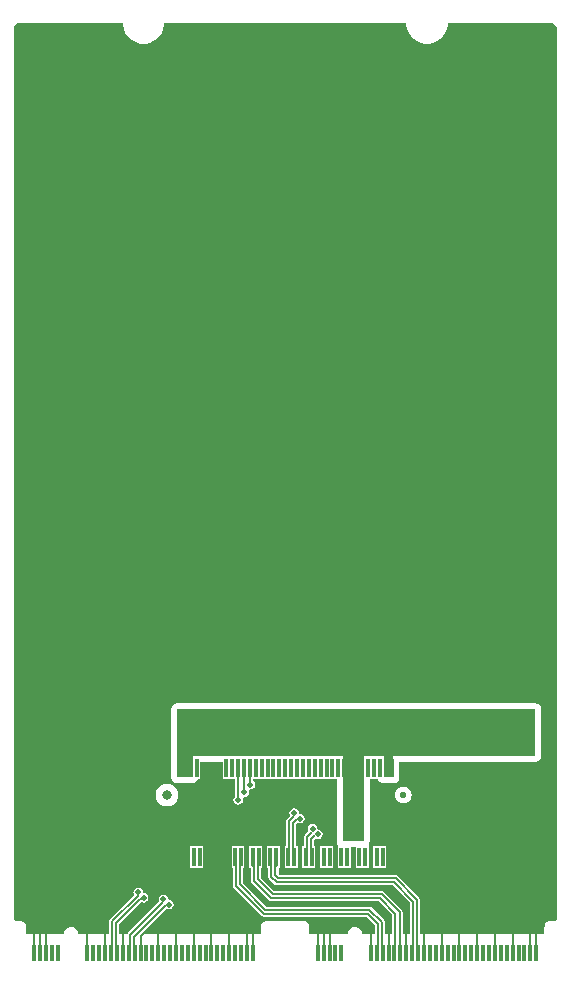
<source format=gtl>
G04*
G04 #@! TF.GenerationSoftware,Altium Limited,Altium Designer,24.5.2 (23)*
G04*
G04 Layer_Physical_Order=1*
G04 Layer_Color=255*
%FSLAX44Y44*%
%MOMM*%
G71*
G04*
G04 #@! TF.SameCoordinates,91BA8B22-162D-4FD0-A550-99D68B665C59*
G04*
G04*
G04 #@! TF.FilePolarity,Positive*
G04*
G01*
G75*
%ADD10C,0.2000*%
%ADD12R,1.2000X2.7500*%
%ADD13R,0.3000X1.5500*%
%ADD14R,0.3500X1.4500*%
%ADD22C,0.8000*%
%ADD23C,0.5500*%
%ADD24C,5.5000*%
%ADD25C,0.5000*%
G36*
X455001Y799999D02*
Y799999D01*
X455995Y799999D01*
X457832Y799238D01*
X459239Y797832D01*
X460000Y795995D01*
X460000Y795000D01*
X460000Y41999D01*
Y41601D01*
X459695Y40867D01*
X459133Y40304D01*
X458398Y40000D01*
X454501D01*
X454500Y40000D01*
X453525Y39904D01*
X451722Y39158D01*
X450343Y37779D01*
X449595Y35977D01*
X449499Y35001D01*
Y28999D01*
X344299Y28999D01*
Y57700D01*
X344105Y58675D01*
X343552Y59502D01*
X325252Y77802D01*
X324425Y78355D01*
X323450Y78549D01*
X225256D01*
X224299Y79506D01*
Y84501D01*
X225500D01*
Y103001D01*
X214500D01*
Y84501D01*
X215701D01*
Y77000D01*
X215895Y76024D01*
X216448Y75198D01*
X220948Y70698D01*
X221775Y70145D01*
X222750Y69951D01*
X320944D01*
X335701Y55194D01*
Y28999D01*
X329299D01*
Y47450D01*
X329105Y48425D01*
X328552Y49252D01*
X313502Y64302D01*
X312675Y64855D01*
X311700Y65049D01*
X220506D01*
X209299Y76255D01*
Y84501D01*
X210500D01*
Y103001D01*
X199500D01*
Y84501D01*
X200701D01*
Y73750D01*
X200895Y72775D01*
X201448Y71948D01*
X216198Y57198D01*
X217025Y56645D01*
X218000Y56451D01*
X309194D01*
X320701Y44944D01*
Y28999D01*
X314324D01*
Y38975D01*
X314130Y39950D01*
X313577Y40777D01*
X303052Y51302D01*
X302225Y51855D01*
X301250Y52049D01*
X214306D01*
X194299Y72056D01*
Y84501D01*
X195500D01*
Y103001D01*
X184500D01*
Y84501D01*
X185701D01*
Y69550D01*
X185895Y68575D01*
X186448Y67748D01*
X209998Y44198D01*
X210825Y43645D01*
X211800Y43451D01*
X298745D01*
X305726Y36469D01*
Y29818D01*
X305701Y29693D01*
Y28999D01*
X294749D01*
X294634Y30170D01*
X293739Y32333D01*
X292084Y33989D01*
X289942Y34877D01*
X289921Y34886D01*
X288750Y35001D01*
X288750Y35001D01*
X287580Y34885D01*
X285417Y33989D01*
X283762Y32334D01*
X282866Y30171D01*
X282751Y29000D01*
Y28999D01*
X250500D01*
Y35001D01*
X250500D01*
X250500Y35001D01*
X250500Y35002D01*
X250404Y35977D01*
X250326Y36165D01*
X249657Y37779D01*
X248277Y39158D01*
X246475Y39904D01*
X245499Y40000D01*
X214501Y40000D01*
X214500Y40000D01*
X213525Y39904D01*
X211722Y39158D01*
X210343Y37779D01*
X209596Y35977D01*
X209499Y35001D01*
Y28999D01*
X109892Y28999D01*
X109406Y30173D01*
X129505Y50272D01*
X129939Y49982D01*
X131500Y49672D01*
X133061Y49982D01*
X134384Y50866D01*
X135268Y52189D01*
X135578Y53750D01*
X135268Y55311D01*
X134384Y56634D01*
X133061Y57518D01*
X132148Y57699D01*
X130982Y58346D01*
X130672Y59907D01*
X129788Y61230D01*
X128464Y62114D01*
X126904Y62425D01*
X125343Y62114D01*
X124020Y61230D01*
X123136Y59907D01*
X122825Y58346D01*
X123136Y56785D01*
X123426Y56352D01*
X96448Y29374D01*
X96198Y28999D01*
X89299D01*
Y37123D01*
X108102Y55926D01*
X108535Y55636D01*
X110096Y55325D01*
X111657Y55636D01*
X112980Y56520D01*
X113864Y57843D01*
X114174Y59404D01*
X113864Y60964D01*
X112980Y62288D01*
X111657Y63172D01*
X110745Y63353D01*
X109578Y64000D01*
X109268Y65561D01*
X108384Y66884D01*
X107061Y67768D01*
X105500Y68078D01*
X103939Y67768D01*
X102616Y66884D01*
X101732Y65561D01*
X101422Y64000D01*
X101732Y62439D01*
X102022Y62005D01*
X81448Y41431D01*
X80895Y40604D01*
X80701Y39629D01*
Y28999D01*
X54749D01*
X54634Y30170D01*
X53739Y32333D01*
X52084Y33989D01*
X49942Y34877D01*
X49921Y34886D01*
X48750Y35001D01*
X48750Y35001D01*
X47580Y34885D01*
X45417Y33989D01*
X43762Y32334D01*
X42866Y30171D01*
X42751Y29000D01*
Y28999D01*
X10500D01*
Y35001D01*
X10500D01*
X10500Y35001D01*
X10500Y35002D01*
X10404Y35977D01*
X10326Y36165D01*
X9657Y37779D01*
X8277Y39158D01*
X6475Y39904D01*
X5499Y40000D01*
X1601Y40000D01*
X867Y40304D01*
X304Y40867D01*
X0Y41601D01*
Y41999D01*
Y795001D01*
Y795995D01*
X761Y797833D01*
X2167Y799239D01*
X4004Y799999D01*
X4999Y799999D01*
X92500Y800000D01*
X92584Y798285D01*
X93254Y794920D01*
X94566Y791750D01*
X96472Y788898D01*
X98898Y786472D01*
X101750Y784566D01*
X104920Y783254D01*
X108285Y782584D01*
X111715D01*
X115080Y783254D01*
X118249Y784566D01*
X121102Y786472D01*
X123528Y788898D01*
X125434Y791750D01*
X126746Y794920D01*
X127416Y798285D01*
X127500Y800000D01*
X230418Y799999D01*
X332500Y800000D01*
X332584Y798285D01*
X333254Y794920D01*
X334566Y791750D01*
X336472Y788898D01*
X338898Y786472D01*
X341750Y784566D01*
X344920Y783254D01*
X348285Y782584D01*
X351715D01*
X355080Y783254D01*
X358249Y784566D01*
X361102Y786472D01*
X363528Y788898D01*
X365434Y791750D01*
X366746Y794920D01*
X367416Y798285D01*
X367500Y800000D01*
X455001Y799999D01*
D02*
G37*
%LPC*%
G36*
X138500Y224348D02*
X136549Y223960D01*
X134895Y222855D01*
X133790Y221201D01*
X133402Y219250D01*
X133402Y182750D01*
X133402Y161500D01*
X133790Y159549D01*
X134895Y157895D01*
X136549Y156790D01*
X138500Y156402D01*
X150602Y156402D01*
X152553Y156790D01*
X154207Y157895D01*
X155105Y158793D01*
X155911Y160000D01*
X158000D01*
Y174652D01*
X177000D01*
Y160000D01*
X187576D01*
Y145274D01*
X187366Y145134D01*
X186482Y143811D01*
X186172Y142250D01*
X186482Y140689D01*
X187366Y139366D01*
X188689Y138482D01*
X190250Y138172D01*
X191811Y138482D01*
X193134Y139366D01*
X194018Y140689D01*
X194328Y142250D01*
X194057Y143614D01*
X194493Y144294D01*
X194927Y144736D01*
X195250Y144672D01*
X196811Y144982D01*
X198134Y145866D01*
X199018Y147189D01*
X199328Y148750D01*
X199057Y150114D01*
X199493Y150794D01*
X199927Y151236D01*
X200250Y151172D01*
X201811Y151482D01*
X203134Y152366D01*
X204018Y153689D01*
X204328Y155250D01*
X204018Y156811D01*
X203134Y158134D01*
X202674Y158441D01*
Y160000D01*
X248000D01*
Y160000D01*
X267000D01*
Y160000D01*
X273402D01*
Y107250D01*
X273790Y105299D01*
X274482Y104263D01*
X274500Y103001D01*
X274500Y103001D01*
X274500Y103001D01*
Y84501D01*
X285500D01*
Y102152D01*
X289500D01*
Y84501D01*
X300500D01*
Y103001D01*
X300500Y103001D01*
X300500D01*
X300518Y104263D01*
X301210Y105299D01*
X301598Y107250D01*
Y160000D01*
X308701D01*
X308790Y159549D01*
X309895Y157895D01*
X311549Y156790D01*
X313500Y156402D01*
X321500D01*
X323451Y156790D01*
X325105Y157895D01*
X326210Y159549D01*
X326598Y161500D01*
X326598Y174652D01*
X441750D01*
X443701Y175040D01*
X445355Y176145D01*
X446460Y177799D01*
X446848Y179750D01*
Y219250D01*
X446460Y221201D01*
X445355Y222855D01*
X443701Y223960D01*
X441750Y224348D01*
X138500Y224348D01*
D02*
G37*
G36*
X330000Y153560D02*
X328173Y153319D01*
X326470Y152614D01*
X325008Y151492D01*
X323886Y150030D01*
X323180Y148327D01*
X322940Y146500D01*
X323180Y144672D01*
X323886Y142969D01*
X325008Y141507D01*
X326470Y140385D01*
X328173Y139680D01*
X330000Y139439D01*
X331827Y139680D01*
X333530Y140385D01*
X334992Y141507D01*
X336115Y142969D01*
X336820Y144672D01*
X337060Y146500D01*
X336820Y148327D01*
X336115Y150030D01*
X334992Y151492D01*
X333530Y152614D01*
X331827Y153319D01*
X330000Y153560D01*
D02*
G37*
G36*
X130000Y156081D02*
X127521Y155755D01*
X125210Y154798D01*
X123225Y153275D01*
X121702Y151291D01*
X120745Y148980D01*
X120419Y146500D01*
X120745Y144020D01*
X121702Y141709D01*
X123225Y139724D01*
X125210Y138201D01*
X127521Y137244D01*
X130000Y136918D01*
X132480Y137244D01*
X134791Y138201D01*
X136776Y139724D01*
X138299Y141709D01*
X139256Y144020D01*
X139582Y146500D01*
X139256Y148980D01*
X138299Y151291D01*
X136776Y153275D01*
X134791Y154798D01*
X132480Y155755D01*
X130000Y156081D01*
D02*
G37*
G36*
X237654Y135175D02*
X236093Y134864D01*
X234770Y133980D01*
X233886Y132657D01*
X233575Y131096D01*
X233886Y129536D01*
X234176Y129102D01*
X231448Y126373D01*
X230895Y125547D01*
X230701Y124571D01*
Y103001D01*
X229500D01*
Y84501D01*
X240500D01*
Y103001D01*
X239299D01*
Y122065D01*
X240256Y123022D01*
X240689Y122732D01*
X242250Y122422D01*
X243811Y122732D01*
X245134Y123616D01*
X246018Y124939D01*
X246328Y126500D01*
X246018Y128061D01*
X245134Y129384D01*
X243811Y130268D01*
X242898Y130449D01*
X242065Y130911D01*
X241603Y131745D01*
X241422Y132657D01*
X240538Y133980D01*
X239215Y134864D01*
X237654Y135175D01*
D02*
G37*
G36*
X253154Y121924D02*
X251593Y121614D01*
X250270Y120730D01*
X249386Y119407D01*
X249076Y117846D01*
X249386Y116285D01*
X249676Y115852D01*
X246448Y112623D01*
X245895Y111797D01*
X245701Y110821D01*
Y103000D01*
X244499D01*
Y84500D01*
X255499D01*
Y103000D01*
X254299D01*
Y108315D01*
X255755Y109772D01*
X256189Y109482D01*
X257750Y109172D01*
X259311Y109482D01*
X260634Y110366D01*
X261518Y111689D01*
X261828Y113250D01*
X261518Y114811D01*
X260634Y116134D01*
X259311Y117018D01*
X258398Y117199D01*
X257565Y117661D01*
X257103Y118495D01*
X256922Y119407D01*
X256038Y120730D01*
X254715Y121614D01*
X253154Y121924D01*
D02*
G37*
G36*
X315500Y103001D02*
X304500D01*
Y84501D01*
X315500D01*
Y103001D01*
D02*
G37*
G36*
X160500D02*
X149500D01*
Y84501D01*
X160500D01*
Y103001D01*
D02*
G37*
G36*
X270500D02*
X264500D01*
Y103000D01*
X259499D01*
Y84500D01*
X265499D01*
Y84501D01*
X270500D01*
Y103001D01*
D02*
G37*
%LPD*%
G36*
X441750Y219250D02*
Y179750D01*
X321500D01*
X321500Y161500D01*
X313500D01*
Y179750D01*
X296500D01*
Y107250D01*
X278500D01*
Y179750D01*
X151500D01*
Y162398D01*
X150602Y161500D01*
X138500Y161500D01*
X138500Y182750D01*
X138500Y219250D01*
X441750Y219250D01*
D02*
G37*
D10*
X425000Y32329D02*
Y32500D01*
X422499Y12750D02*
Y29828D01*
X425000Y32329D01*
X392499Y12750D02*
Y29828D01*
X389828Y32500D02*
X392499Y29828D01*
X389500Y32500D02*
X389828D01*
X301250Y49500D02*
X311775Y38975D01*
X211800Y46000D02*
X299800D01*
X188250Y69550D02*
X211800Y46000D01*
X213250Y49500D02*
X301250D01*
X191750Y71000D02*
X213250Y49500D01*
X299800Y46000D02*
X308275Y37525D01*
X262500Y32000D02*
X262500Y32000D01*
X262500Y12750D02*
Y32000D01*
X190125Y142375D02*
X190250Y142250D01*
X190125Y142375D02*
Y169125D01*
X195125Y148875D02*
X195250Y148750D01*
X195125Y148875D02*
Y169125D01*
X200125Y155375D02*
X200250Y155250D01*
X200000Y169250D02*
X200125Y169125D01*
X190000Y169250D02*
X190125Y169125D01*
X200125Y155375D02*
Y169125D01*
X195000Y169250D02*
X195125Y169125D01*
X108251Y13500D02*
Y27501D01*
X113250Y32500D02*
X122500D01*
X108251Y27501D02*
X113250Y32500D01*
X203250Y73750D02*
X218000Y59000D01*
X310250D01*
X206750Y75200D02*
X219450Y62500D01*
X206750Y75200D02*
Y85828D01*
X203250Y73750D02*
Y85828D01*
X219450Y62500D02*
X311700D01*
X326750Y20172D02*
Y47450D01*
X310250Y59000D02*
X323250Y46000D01*
X311700Y62500D02*
X326750Y47450D01*
X323250Y20172D02*
Y46000D01*
X222750Y72500D02*
X322000D01*
X224200Y76000D02*
X323450D01*
X233250Y101672D02*
Y124571D01*
X236750Y101672D02*
Y123121D01*
X239555Y125926D01*
X233250Y124571D02*
X237080Y128401D01*
X248250Y101672D02*
Y110821D01*
X251750Y109371D02*
X255055Y112676D01*
X251750Y101672D02*
Y109371D01*
X248250Y110821D02*
X252580Y115151D01*
X101750Y26121D02*
X128805Y53176D01*
X101751Y13499D02*
X102499Y12750D01*
X101751Y13499D02*
Y21035D01*
X101750Y21036D02*
X101751Y21035D01*
X97501Y12750D02*
X98249Y13499D01*
Y21035D01*
X98250Y21036D01*
Y27571D01*
X101750Y21036D02*
Y26121D01*
X98250Y27571D02*
X126330Y55651D01*
X104926Y63426D02*
X105500Y64000D01*
X83250Y39629D02*
X104926Y61305D01*
X107401Y58830D02*
X109522D01*
X86750Y38179D02*
X107401Y58830D01*
X109522D02*
X110096Y59404D01*
X83250Y20172D02*
Y39629D01*
X104926Y61305D02*
Y63426D01*
X86750Y20172D02*
Y38179D01*
X92499Y12750D02*
Y32749D01*
X92500Y32750D01*
X237000Y94250D02*
Y101422D01*
X232500Y93750D02*
X233000Y94250D01*
Y101422D01*
X233250Y101672D01*
X237000Y94250D02*
X237500Y93750D01*
X236750Y101672D02*
X237000Y101422D01*
X252000Y94250D02*
Y101422D01*
X251750Y101672D02*
X252000Y101422D01*
X248000D02*
X248250Y101672D01*
X248000Y94250D02*
Y101422D01*
X252000Y94250D02*
X252500Y93750D01*
X247500D02*
X248000Y94250D01*
X346500Y31500D02*
X347501Y30499D01*
X301750Y32000D02*
X302500Y31251D01*
X152250Y32250D02*
X152499Y32001D01*
X137501Y12750D02*
Y32749D01*
X62499Y12750D02*
Y33751D01*
X107501Y12750D02*
X108251Y13500D01*
X86751D02*
X87501Y12750D01*
X86751Y13500D02*
Y20171D01*
X86750Y20172D02*
X86751Y20171D01*
X83250Y13500D02*
Y20171D01*
X82499Y12750D02*
X83250Y13500D01*
Y20171D02*
X83250Y20172D01*
X218250Y77000D02*
X222750Y72500D01*
X221750Y78450D02*
X224200Y76000D01*
X322000Y72500D02*
X338250Y56250D01*
X323450Y76000D02*
X341750Y57700D01*
X218250Y77000D02*
Y85828D01*
X221750Y78450D02*
Y85828D01*
X311775Y28268D02*
Y38975D01*
X311750Y21036D02*
Y28243D01*
X308275Y29718D02*
Y37525D01*
X311751Y13499D02*
Y21035D01*
X307501Y12750D02*
X308249Y13499D01*
Y21035D01*
X311750Y21036D02*
X311751Y21035D01*
X308249D02*
X308250Y21036D01*
X311750Y28243D02*
X311775Y28268D01*
X308250Y29693D02*
X308275Y29718D01*
X311751Y13499D02*
X312500Y12750D01*
X308250Y21036D02*
Y29693D01*
X317500Y32250D02*
X317501Y32249D01*
Y12750D02*
Y32249D01*
X302500Y12750D02*
Y31251D01*
X192000Y93250D02*
X192500Y93750D01*
X188000Y86078D02*
X188250Y85828D01*
X188000Y86078D02*
Y93250D01*
X187500Y93750D02*
X188000Y93250D01*
X188250Y69550D02*
Y85828D01*
X191750Y71000D02*
Y85828D01*
X192000Y86078D02*
Y93250D01*
X191750Y85828D02*
X192000Y86078D01*
X332499Y12750D02*
Y32499D01*
X326751Y13500D02*
Y20171D01*
X323250Y20171D02*
X323250Y20172D01*
X323250Y13500D02*
Y20171D01*
X326750Y20172D02*
X326751Y20171D01*
X322499Y12750D02*
X323250Y13500D01*
X332499Y32499D02*
X332501Y32500D01*
X326751Y13500D02*
X327501Y12750D01*
X207000Y93250D02*
X207500Y93750D01*
X207000Y86078D02*
Y93250D01*
X203000Y86078D02*
X203250Y85828D01*
X203000Y86078D02*
Y93250D01*
X202500Y93750D02*
X203000Y93250D01*
X206750Y85828D02*
X207000Y86078D01*
X337501Y12750D02*
X338249Y13499D01*
X341751D02*
X342499Y12750D01*
X341750Y21036D02*
X341751Y21035D01*
X338250Y21036D02*
Y56250D01*
X338249Y13499D02*
Y21035D01*
X338250Y56250D02*
X338250Y56250D01*
X341750Y21036D02*
Y57700D01*
X341751Y13499D02*
Y21035D01*
X338249D02*
X338250Y21036D01*
X222000Y93250D02*
X222500Y93750D01*
X222000Y86078D02*
Y93250D01*
X221750Y85828D02*
X222000Y86078D01*
X217500Y93750D02*
X218000Y93250D01*
Y86078D02*
Y93250D01*
Y86078D02*
X218250Y85828D01*
X442499Y30999D02*
X442500Y31000D01*
X442499Y12750D02*
Y30999D01*
X437500Y31000D02*
X437500Y31000D01*
Y12750D02*
Y31000D01*
X407500Y30750D02*
X407500Y30749D01*
Y12750D02*
Y30749D01*
X377500Y32000D02*
X377501Y31999D01*
Y12750D02*
Y31999D01*
X362499Y31499D02*
X362500Y31500D01*
X362499Y12750D02*
Y31499D01*
X347501Y12750D02*
Y30499D01*
X267500Y32000D02*
X267501Y31999D01*
Y12750D02*
Y31999D01*
X257500Y32000D02*
X257501Y31999D01*
Y12750D02*
Y31999D01*
X202499Y12750D02*
Y30499D01*
X202750Y30750D01*
X197250Y31250D02*
X197500Y31000D01*
Y12750D02*
Y31000D01*
X182499Y31249D02*
X182500Y31250D01*
X182499Y12750D02*
Y31249D01*
X166500Y31000D02*
X167500Y29999D01*
Y12750D02*
Y29999D01*
X152499Y12750D02*
Y32001D01*
X137500Y32750D02*
X137501Y32749D01*
X122499Y32499D02*
X122500Y32500D01*
X122499Y12750D02*
Y32499D01*
X77501Y32501D02*
X77750Y32750D01*
Y33000D01*
X77501Y12750D02*
Y32501D01*
X62000Y34250D02*
X62499Y33751D01*
X27500Y32000D02*
X27501Y31999D01*
Y12750D02*
Y31999D01*
X22499Y31500D02*
X22750Y31750D01*
X22499Y12750D02*
Y31500D01*
X17500Y32750D02*
X17501Y32749D01*
Y12750D02*
Y32749D01*
D12*
X126500Y101501D02*
D03*
X333500D02*
D03*
D13*
X235000Y169250D02*
D03*
X240000D02*
D03*
X245000D02*
D03*
X237500Y93751D02*
D03*
X242500D02*
D03*
X322500D02*
D03*
X320000Y169250D02*
D03*
X317500Y93751D02*
D03*
X315000Y169250D02*
D03*
X312500Y93751D02*
D03*
X310000Y169250D02*
D03*
X307500Y93751D02*
D03*
X305000Y169250D02*
D03*
X302500Y93751D02*
D03*
X300000Y169250D02*
D03*
X297500Y93751D02*
D03*
X295000Y169250D02*
D03*
X292500Y93751D02*
D03*
X290000Y169250D02*
D03*
X287500Y93751D02*
D03*
X285000Y169250D02*
D03*
X282500Y93751D02*
D03*
X280000Y169250D02*
D03*
X277500Y93751D02*
D03*
X275000Y169250D02*
D03*
X272500Y93751D02*
D03*
X270000Y169250D02*
D03*
X267500Y93751D02*
D03*
X232500D02*
D03*
X230000Y169250D02*
D03*
X227500Y93751D02*
D03*
X225000Y169250D02*
D03*
X222500Y93751D02*
D03*
X220000Y169250D02*
D03*
X217500Y93751D02*
D03*
X215000Y169250D02*
D03*
X212500Y93751D02*
D03*
X210000Y169250D02*
D03*
X207500Y93751D02*
D03*
X205000Y169250D02*
D03*
X202500Y93751D02*
D03*
X200000Y169250D02*
D03*
X197500Y93751D02*
D03*
X195000Y169250D02*
D03*
X192500Y93751D02*
D03*
X190000Y169250D02*
D03*
X187500Y93751D02*
D03*
X185000Y169250D02*
D03*
X182500Y93751D02*
D03*
X180000Y169250D02*
D03*
X262499Y93750D02*
D03*
X265001Y169250D02*
D03*
X257499Y93750D02*
D03*
X260001Y169250D02*
D03*
X252499Y93750D02*
D03*
X255001Y169250D02*
D03*
X247499Y93750D02*
D03*
X250001Y169250D02*
D03*
X157500Y93751D02*
D03*
X155000Y169250D02*
D03*
X152500Y93751D02*
D03*
X150000Y169250D02*
D03*
X147500Y93751D02*
D03*
X145000Y169250D02*
D03*
X142500Y93751D02*
D03*
X140000Y169250D02*
D03*
X137500Y93751D02*
D03*
D14*
X442499Y12750D02*
D03*
X437500D02*
D03*
X432499D02*
D03*
X427500D02*
D03*
X422499D02*
D03*
X417500D02*
D03*
X412499D02*
D03*
X407500D02*
D03*
X402499D02*
D03*
X397501D02*
D03*
X392499D02*
D03*
X387501D02*
D03*
X382499D02*
D03*
X377501D02*
D03*
X372499D02*
D03*
X367501D02*
D03*
X362499D02*
D03*
X357501D02*
D03*
X352499D02*
D03*
X347501D02*
D03*
X342499D02*
D03*
X337501D02*
D03*
X332499D02*
D03*
X327501D02*
D03*
X322499D02*
D03*
X317501D02*
D03*
X312500D02*
D03*
X307501D02*
D03*
X302500D02*
D03*
X277501D02*
D03*
X272500D02*
D03*
X267501D02*
D03*
X262500D02*
D03*
X257501D02*
D03*
X202499D02*
D03*
X197500D02*
D03*
X192499D02*
D03*
X187500D02*
D03*
X182499D02*
D03*
X177500D02*
D03*
X172499D02*
D03*
X167500D02*
D03*
X162499D02*
D03*
X157500D02*
D03*
X152499D02*
D03*
X147501D02*
D03*
X142499D02*
D03*
X137501D02*
D03*
X132499D02*
D03*
X127501D02*
D03*
X122499D02*
D03*
X117501D02*
D03*
X112499D02*
D03*
X107501D02*
D03*
X102499D02*
D03*
X97501D02*
D03*
X92499D02*
D03*
X87501D02*
D03*
X82499D02*
D03*
X77501D02*
D03*
X72499D02*
D03*
X67501D02*
D03*
X62499D02*
D03*
X37501D02*
D03*
X32499D02*
D03*
X27501D02*
D03*
X22499D02*
D03*
X17501D02*
D03*
D22*
X130000Y146500D02*
D03*
D23*
X330000D02*
D03*
D24*
X230000Y548500D02*
D03*
Y728500D02*
D03*
Y428500D02*
D03*
D25*
X425000Y130000D02*
D03*
Y90000D02*
D03*
Y32500D02*
D03*
X389500D02*
D03*
X281250Y39250D02*
D03*
X173500Y75750D02*
D03*
X189500Y56000D02*
D03*
X159750D02*
D03*
X328500Y56250D02*
D03*
X437500Y194500D02*
D03*
Y184500D02*
D03*
Y204500D02*
D03*
Y214500D02*
D03*
X412500D02*
D03*
X402500D02*
D03*
X412500Y204500D02*
D03*
X402500D02*
D03*
Y184500D02*
D03*
X412500D02*
D03*
X402500Y194500D02*
D03*
X412500D02*
D03*
X292500Y120750D02*
D03*
X282500D02*
D03*
X292500Y110750D02*
D03*
X282500D02*
D03*
X287500Y82000D02*
D03*
X190250Y142250D02*
D03*
X200250Y155250D02*
D03*
X195250Y148750D02*
D03*
X210000Y510000D02*
D03*
X250000D02*
D03*
X170000Y430000D02*
D03*
X130000D02*
D03*
X90000Y430000D02*
D03*
X50000D02*
D03*
X170000Y470000D02*
D03*
X130000D02*
D03*
X90000Y470000D02*
D03*
X50000D02*
D03*
X170000Y510000D02*
D03*
X130000D02*
D03*
X90000Y510000D02*
D03*
X50000D02*
D03*
X250000Y390000D02*
D03*
X210000D02*
D03*
X141750Y121250D02*
D03*
X302500Y82000D02*
D03*
X227500D02*
D03*
X242500D02*
D03*
X197500Y80000D02*
D03*
X212500D02*
D03*
X370000Y70000D02*
D03*
Y110000D02*
D03*
Y150000D02*
D03*
X90000Y110000D02*
D03*
X210000Y230000D02*
D03*
X229404Y133346D02*
D03*
X124654Y66596D02*
D03*
X139750Y51500D02*
D03*
X112346Y51154D02*
D03*
X97250Y66250D02*
D03*
X266000Y111000D02*
D03*
X250904Y126096D02*
D03*
X244500Y118250D02*
D03*
X253154Y117846D02*
D03*
X242250Y126500D02*
D03*
X237654Y131096D02*
D03*
X257750Y113250D02*
D03*
X131500Y53750D02*
D03*
X126904Y58346D02*
D03*
X105500Y64000D02*
D03*
X110096Y59404D02*
D03*
X302500Y32500D02*
D03*
X332501D02*
D03*
X250000Y790000D02*
D03*
X210000D02*
D03*
X170000D02*
D03*
X290000D02*
D03*
X410000D02*
D03*
X450000D02*
D03*
X10000Y790000D02*
D03*
X50000D02*
D03*
Y750000D02*
D03*
X90000D02*
D03*
X10000D02*
D03*
X50000Y710000D02*
D03*
X90000D02*
D03*
X10000D02*
D03*
X50000Y670000D02*
D03*
X90000D02*
D03*
X10000D02*
D03*
X50000Y630000D02*
D03*
X90000D02*
D03*
X10000D02*
D03*
X50000Y590000D02*
D03*
X90000D02*
D03*
X10000D02*
D03*
X50000Y550000D02*
D03*
X90000D02*
D03*
X10000D02*
D03*
Y510000D02*
D03*
Y470000D02*
D03*
Y430000D02*
D03*
X50000Y390000D02*
D03*
X90000D02*
D03*
X10000D02*
D03*
X50000Y350000D02*
D03*
X90000D02*
D03*
X10000D02*
D03*
X50000Y310000D02*
D03*
X90000D02*
D03*
X10000D02*
D03*
X50000Y270000D02*
D03*
X90000D02*
D03*
X10000D02*
D03*
X50000Y230000D02*
D03*
X90000D02*
D03*
X10000D02*
D03*
X370000Y470000D02*
D03*
X330000D02*
D03*
X290000D02*
D03*
X410000Y390000D02*
D03*
X370000D02*
D03*
X330000D02*
D03*
X290000D02*
D03*
X410000Y470000D02*
D03*
Y510000D02*
D03*
X450000D02*
D03*
Y470000D02*
D03*
X410000Y550000D02*
D03*
Y590000D02*
D03*
X450000D02*
D03*
Y550000D02*
D03*
X410000Y630000D02*
D03*
Y670000D02*
D03*
X450000D02*
D03*
Y630000D02*
D03*
Y710000D02*
D03*
Y750000D02*
D03*
X410000D02*
D03*
Y710000D02*
D03*
X370000D02*
D03*
X330000Y750000D02*
D03*
X290000D02*
D03*
Y710000D02*
D03*
Y430000D02*
D03*
X330000D02*
D03*
X370000D02*
D03*
X410000D02*
D03*
X210000Y470000D02*
D03*
X250000D02*
D03*
X250000Y630000D02*
D03*
Y590000D02*
D03*
Y670000D02*
D03*
X210000Y630000D02*
D03*
Y590000D02*
D03*
Y670000D02*
D03*
X130000Y670000D02*
D03*
X170000D02*
D03*
X130000Y710000D02*
D03*
X170000D02*
D03*
X130000Y750000D02*
D03*
X170000D02*
D03*
X130000Y550000D02*
D03*
X170000D02*
D03*
X130000Y590000D02*
D03*
X170000D02*
D03*
X130000Y630000D02*
D03*
X170000D02*
D03*
X130000Y390000D02*
D03*
X170000D02*
D03*
X250000Y350000D02*
D03*
X210000D02*
D03*
X170000D02*
D03*
X130000D02*
D03*
X250000Y310000D02*
D03*
X210000D02*
D03*
X170000D02*
D03*
X130000D02*
D03*
X250000Y270000D02*
D03*
X210000D02*
D03*
X170000D02*
D03*
X130000D02*
D03*
Y230000D02*
D03*
X170000D02*
D03*
X250000D02*
D03*
X377500Y32500D02*
D03*
X362500D02*
D03*
X347500D02*
D03*
X22500D02*
D03*
X62500D02*
D03*
X197250D02*
D03*
X182500D02*
D03*
X167500D02*
D03*
X152500D02*
D03*
X137500D02*
D03*
X122500D02*
D03*
X50000Y70000D02*
D03*
X10000D02*
D03*
X450000D02*
D03*
X50000Y110000D02*
D03*
X10000D02*
D03*
X450000D02*
D03*
X50000Y150000D02*
D03*
X90000D02*
D03*
X10000D02*
D03*
X450000D02*
D03*
Y190000D02*
D03*
X10000D02*
D03*
X90000D02*
D03*
X50000D02*
D03*
X350000Y775250D02*
D03*
X367501Y782499D02*
D03*
X332499Y782499D02*
D03*
X110000Y775250D02*
D03*
X127501Y782499D02*
D03*
X92499Y782499D02*
D03*
M02*

</source>
